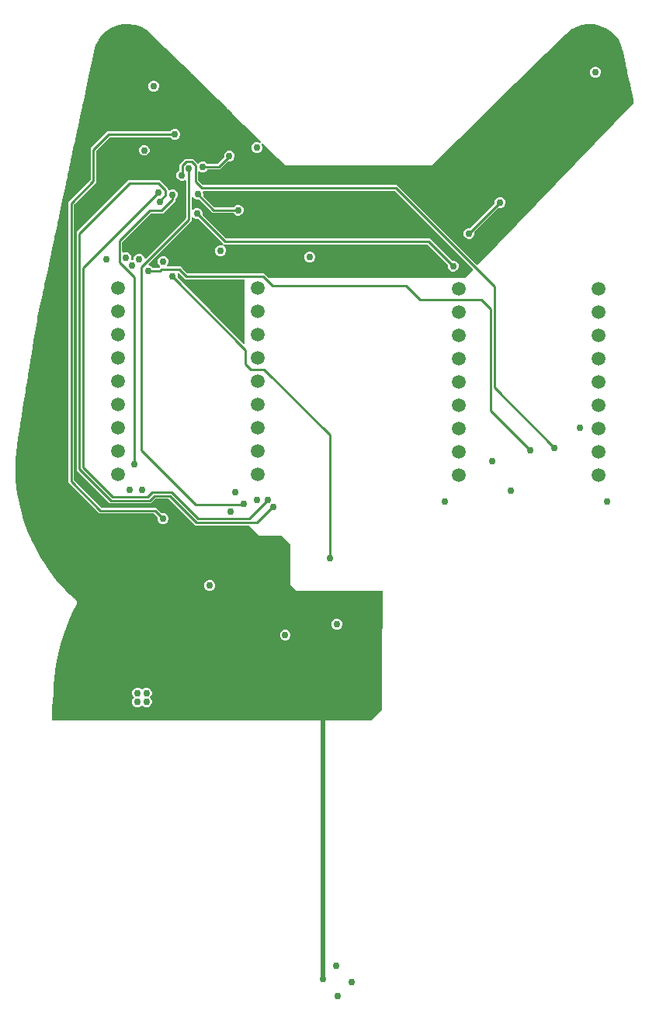
<source format=gbr>
G04 EAGLE Gerber X2 export*
%TF.Part,Single*%
%TF.FileFunction,Copper,L2,Inr,Mixed*%
%TF.FilePolarity,Positive*%
%TF.GenerationSoftware,Autodesk,EAGLE,9.0.1*%
%TF.CreationDate,2018-06-26T08:14:36Z*%
G75*
%MOIN*%
%FSLAX34Y34*%
%LPD*%
%AMOC8*
5,1,8,0,0,1.08239X$1,22.5*%
G01*
%ADD10C,0.059370*%
%ADD11C,0.029780*%
%ADD12C,0.020000*%
%ADD13C,0.010000*%

G36*
X15484Y19891D02*
X15484Y19891D01*
X15489Y19891D01*
X15490Y19892D01*
X15492Y19892D01*
X15496Y19894D01*
X15500Y19895D01*
X15502Y19896D01*
X15504Y19897D01*
X15514Y19904D01*
X15514Y19905D01*
X15515Y19905D01*
X15935Y20325D01*
X15937Y20329D01*
X15940Y20332D01*
X15941Y20333D01*
X15942Y20335D01*
X15944Y20339D01*
X15946Y20343D01*
X15946Y20344D01*
X15947Y20346D01*
X15949Y20359D01*
X15949Y20360D01*
X15949Y22230D01*
X15992Y25409D01*
X15992Y25415D01*
X15991Y25420D01*
X15991Y25421D01*
X15991Y25422D01*
X15989Y25427D01*
X15987Y25432D01*
X15986Y25433D01*
X15983Y25438D01*
X15980Y25442D01*
X15980Y25443D01*
X15979Y25443D01*
X15975Y25447D01*
X15971Y25450D01*
X15970Y25451D01*
X15965Y25454D01*
X15960Y25456D01*
X15959Y25456D01*
X15958Y25457D01*
X15946Y25459D01*
X15944Y25459D01*
X15943Y25459D01*
X12250Y25459D01*
X11999Y25710D01*
X11999Y27420D01*
X11999Y27424D01*
X11999Y27429D01*
X11998Y27430D01*
X11998Y27432D01*
X11996Y27436D01*
X11995Y27440D01*
X11994Y27442D01*
X11993Y27444D01*
X11986Y27454D01*
X11985Y27454D01*
X11985Y27455D01*
X11635Y27805D01*
X11631Y27807D01*
X11628Y27810D01*
X11627Y27811D01*
X11625Y27812D01*
X11621Y27814D01*
X11617Y27816D01*
X11616Y27816D01*
X11614Y27817D01*
X11601Y27819D01*
X11600Y27819D01*
X10680Y27819D01*
X10255Y28245D01*
X10251Y28247D01*
X10248Y28250D01*
X10247Y28251D01*
X10245Y28252D01*
X10241Y28254D01*
X10237Y28256D01*
X10236Y28256D01*
X10234Y28257D01*
X10221Y28259D01*
X10220Y28259D01*
X7930Y28259D01*
X6794Y29395D01*
X6791Y29397D01*
X6787Y29400D01*
X6786Y29401D01*
X6784Y29402D01*
X6780Y29404D01*
X6776Y29406D01*
X6775Y29406D01*
X6773Y29407D01*
X6760Y29409D01*
X6759Y29409D01*
X6241Y29409D01*
X6237Y29409D01*
X6232Y29409D01*
X6230Y29408D01*
X6229Y29408D01*
X6225Y29406D01*
X6220Y29405D01*
X6219Y29404D01*
X6217Y29403D01*
X6207Y29396D01*
X6206Y29395D01*
X6020Y29209D01*
X4250Y29209D01*
X2829Y30630D01*
X2829Y40850D01*
X5050Y43071D01*
X6394Y43071D01*
X6750Y42716D01*
X6750Y42709D01*
X6750Y42707D01*
X6750Y42705D01*
X6751Y42701D01*
X6751Y42697D01*
X6752Y42695D01*
X6752Y42693D01*
X6754Y42689D01*
X6756Y42685D01*
X6757Y42684D01*
X6758Y42682D01*
X6761Y42679D01*
X6763Y42675D01*
X6765Y42674D01*
X6766Y42672D01*
X6770Y42670D01*
X6773Y42668D01*
X6775Y42667D01*
X6777Y42665D01*
X6780Y42664D01*
X6784Y42662D01*
X6786Y42662D01*
X6788Y42661D01*
X6792Y42661D01*
X6796Y42660D01*
X6798Y42660D01*
X6801Y42660D01*
X6803Y42661D01*
X6809Y42661D01*
X6815Y42663D01*
X6818Y42664D01*
X6904Y42700D01*
X6996Y42700D01*
X7080Y42665D01*
X7145Y42600D01*
X7180Y42516D01*
X7180Y42424D01*
X7145Y42340D01*
X7085Y42280D01*
X7083Y42277D01*
X7080Y42274D01*
X7079Y42272D01*
X7078Y42271D01*
X7076Y42267D01*
X7074Y42263D01*
X7074Y42261D01*
X7073Y42259D01*
X7071Y42247D01*
X7071Y42246D01*
X7071Y42200D01*
X6530Y41659D01*
X6030Y41659D01*
X6026Y41659D01*
X6022Y41659D01*
X6020Y41658D01*
X6018Y41658D01*
X6014Y41656D01*
X6010Y41655D01*
X6009Y41654D01*
X6007Y41653D01*
X5997Y41646D01*
X5996Y41646D01*
X5996Y41645D01*
X4806Y40456D01*
X4804Y40452D01*
X4801Y40449D01*
X4800Y40447D01*
X4799Y40446D01*
X4797Y40442D01*
X4795Y40438D01*
X4795Y40436D01*
X4794Y40434D01*
X4792Y40422D01*
X4792Y40421D01*
X4792Y40017D01*
X4792Y40015D01*
X4792Y40012D01*
X4793Y40008D01*
X4793Y40004D01*
X4794Y40002D01*
X4795Y40000D01*
X4797Y39997D01*
X4798Y39993D01*
X4799Y39991D01*
X4800Y39989D01*
X4803Y39986D01*
X4805Y39983D01*
X4807Y39982D01*
X4808Y39980D01*
X4812Y39978D01*
X4815Y39975D01*
X4817Y39974D01*
X4819Y39973D01*
X4823Y39972D01*
X4826Y39970D01*
X4828Y39969D01*
X4830Y39969D01*
X4835Y39968D01*
X4839Y39968D01*
X4841Y39968D01*
X4843Y39968D01*
X4845Y39968D01*
X4851Y39969D01*
X4857Y39971D01*
X4860Y39971D01*
X4904Y39990D01*
X4996Y39990D01*
X5080Y39955D01*
X5145Y39890D01*
X5180Y39806D01*
X5180Y39714D01*
X5177Y39708D01*
X5176Y39706D01*
X5176Y39704D01*
X5175Y39704D01*
X5175Y39700D01*
X5174Y39696D01*
X5174Y39694D01*
X5173Y39691D01*
X5174Y39687D01*
X5173Y39683D01*
X5174Y39681D01*
X5174Y39679D01*
X5175Y39675D01*
X5176Y39671D01*
X5177Y39669D01*
X5178Y39667D01*
X5180Y39664D01*
X5182Y39660D01*
X5184Y39659D01*
X5185Y39657D01*
X5188Y39654D01*
X5191Y39651D01*
X5193Y39650D01*
X5194Y39649D01*
X5198Y39647D01*
X5201Y39644D01*
X5203Y39644D01*
X5205Y39643D01*
X5208Y39642D01*
X5213Y39641D01*
X5220Y39640D01*
X5222Y39640D01*
X5241Y39640D01*
X5246Y39640D01*
X5251Y39641D01*
X5252Y39641D01*
X5253Y39641D01*
X5258Y39643D01*
X5263Y39645D01*
X5264Y39645D01*
X5265Y39646D01*
X5269Y39649D01*
X5273Y39651D01*
X5274Y39652D01*
X5275Y39653D01*
X5278Y39657D01*
X5281Y39661D01*
X5282Y39662D01*
X5283Y39663D01*
X5285Y39667D01*
X5287Y39672D01*
X5287Y39673D01*
X5288Y39674D01*
X5290Y39686D01*
X5290Y39688D01*
X5290Y39689D01*
X5290Y39726D01*
X5325Y39810D01*
X5390Y39875D01*
X5474Y39910D01*
X5566Y39910D01*
X5650Y39875D01*
X5715Y39810D01*
X5739Y39751D01*
X5740Y39749D01*
X5741Y39747D01*
X5743Y39744D01*
X5745Y39740D01*
X5747Y39738D01*
X5748Y39737D01*
X5751Y39734D01*
X5754Y39731D01*
X5756Y39730D01*
X5758Y39729D01*
X5761Y39727D01*
X5765Y39725D01*
X5767Y39724D01*
X5769Y39723D01*
X5773Y39722D01*
X5777Y39721D01*
X5779Y39721D01*
X5781Y39721D01*
X5785Y39721D01*
X5789Y39721D01*
X5791Y39721D01*
X5793Y39721D01*
X5797Y39722D01*
X5801Y39723D01*
X5803Y39724D01*
X5805Y39725D01*
X5807Y39726D01*
X5812Y39729D01*
X5817Y39733D01*
X5820Y39735D01*
X7515Y41430D01*
X7517Y41433D01*
X7520Y41437D01*
X7521Y41438D01*
X7522Y41440D01*
X7524Y41444D01*
X7526Y41448D01*
X7526Y41449D01*
X7527Y41451D01*
X7529Y41464D01*
X7529Y41465D01*
X7529Y43052D01*
X7529Y43054D01*
X7529Y43056D01*
X7528Y43060D01*
X7528Y43064D01*
X7527Y43066D01*
X7526Y43068D01*
X7525Y43072D01*
X7523Y43076D01*
X7522Y43078D01*
X7521Y43080D01*
X7518Y43083D01*
X7516Y43086D01*
X7514Y43087D01*
X7513Y43089D01*
X7509Y43091D01*
X7506Y43094D01*
X7504Y43095D01*
X7502Y43096D01*
X7499Y43097D01*
X7495Y43099D01*
X7493Y43099D01*
X7491Y43100D01*
X7487Y43100D01*
X7483Y43101D01*
X7480Y43101D01*
X7478Y43101D01*
X7476Y43101D01*
X7470Y43100D01*
X7464Y43098D01*
X7461Y43097D01*
X7396Y43070D01*
X7304Y43070D01*
X7220Y43105D01*
X7155Y43170D01*
X7120Y43254D01*
X7120Y43346D01*
X7155Y43430D01*
X7220Y43495D01*
X7221Y43495D01*
X7223Y43496D01*
X7227Y43499D01*
X7231Y43501D01*
X7232Y43502D01*
X7233Y43503D01*
X7236Y43506D01*
X7240Y43510D01*
X7240Y43511D01*
X7241Y43512D01*
X7244Y43516D01*
X7246Y43520D01*
X7247Y43522D01*
X7247Y43523D01*
X7248Y43525D01*
X7250Y43532D01*
X7250Y43538D01*
X7250Y43540D01*
X7250Y43766D01*
X7484Y44000D01*
X7816Y44000D01*
X7964Y43851D01*
X8005Y43810D01*
X8009Y43807D01*
X8012Y43804D01*
X8014Y43804D01*
X8015Y43803D01*
X8019Y43801D01*
X8024Y43799D01*
X8025Y43798D01*
X8026Y43798D01*
X8031Y43797D01*
X8036Y43796D01*
X8037Y43796D01*
X8038Y43796D01*
X8043Y43796D01*
X8048Y43797D01*
X8049Y43797D01*
X8051Y43797D01*
X8055Y43799D01*
X8060Y43800D01*
X8061Y43801D01*
X8062Y43801D01*
X8073Y43809D01*
X8074Y43810D01*
X8120Y43856D01*
X8204Y43891D01*
X8296Y43891D01*
X8380Y43856D01*
X8440Y43796D01*
X8443Y43794D01*
X8446Y43791D01*
X8448Y43790D01*
X8449Y43789D01*
X8453Y43787D01*
X8457Y43785D01*
X8459Y43785D01*
X8461Y43784D01*
X8473Y43782D01*
X8474Y43782D01*
X8861Y43782D01*
X8865Y43782D01*
X8869Y43783D01*
X8871Y43783D01*
X8873Y43783D01*
X8877Y43785D01*
X8881Y43786D01*
X8882Y43787D01*
X8885Y43788D01*
X8895Y43795D01*
X8895Y43796D01*
X8896Y43796D01*
X9146Y44047D01*
X9149Y44050D01*
X9151Y44053D01*
X9152Y44055D01*
X9154Y44057D01*
X9155Y44060D01*
X9157Y44064D01*
X9157Y44066D01*
X9158Y44068D01*
X9160Y44080D01*
X9160Y44081D01*
X9160Y44082D01*
X9160Y44177D01*
X9195Y44261D01*
X9260Y44326D01*
X9344Y44361D01*
X9436Y44361D01*
X9520Y44326D01*
X9585Y44261D01*
X9620Y44177D01*
X9620Y44085D01*
X9585Y44001D01*
X9520Y43936D01*
X9436Y43901D01*
X9362Y43901D01*
X9358Y43901D01*
X9354Y43900D01*
X9352Y43900D01*
X9350Y43900D01*
X9346Y43898D01*
X9342Y43897D01*
X9341Y43896D01*
X9339Y43895D01*
X9328Y43888D01*
X9328Y43887D01*
X8981Y43540D01*
X8474Y43540D01*
X8470Y43540D01*
X8466Y43540D01*
X8464Y43539D01*
X8462Y43539D01*
X8458Y43537D01*
X8454Y43536D01*
X8453Y43535D01*
X8451Y43534D01*
X8441Y43527D01*
X8440Y43526D01*
X8380Y43466D01*
X8296Y43431D01*
X8204Y43431D01*
X8118Y43467D01*
X8116Y43468D01*
X8114Y43469D01*
X8110Y43470D01*
X8106Y43471D01*
X8104Y43471D01*
X8101Y43471D01*
X8097Y43471D01*
X8093Y43471D01*
X8091Y43470D01*
X8089Y43470D01*
X8085Y43469D01*
X8081Y43468D01*
X8079Y43467D01*
X8077Y43466D01*
X8074Y43464D01*
X8070Y43462D01*
X8069Y43460D01*
X8067Y43459D01*
X8064Y43456D01*
X8061Y43453D01*
X8060Y43452D01*
X8059Y43450D01*
X8057Y43446D01*
X8054Y43443D01*
X8054Y43441D01*
X8053Y43439D01*
X8052Y43437D01*
X8051Y43431D01*
X8050Y43424D01*
X8050Y43422D01*
X8050Y43092D01*
X8050Y43087D01*
X8050Y43083D01*
X8051Y43081D01*
X8051Y43079D01*
X8053Y43075D01*
X8054Y43071D01*
X8055Y43070D01*
X8056Y43068D01*
X8063Y43058D01*
X8064Y43057D01*
X8233Y42888D01*
X8236Y42885D01*
X8239Y42883D01*
X8241Y42882D01*
X8243Y42880D01*
X8246Y42879D01*
X8250Y42877D01*
X8252Y42877D01*
X8254Y42876D01*
X8266Y42874D01*
X8267Y42874D01*
X8268Y42874D01*
X16588Y42874D01*
X20000Y39461D01*
X20004Y39458D01*
X20008Y39454D01*
X20009Y39454D01*
X20010Y39454D01*
X20015Y39451D01*
X20020Y39449D01*
X20021Y39449D01*
X20027Y39448D01*
X20032Y39447D01*
X20033Y39447D01*
X20034Y39447D01*
X20039Y39447D01*
X20044Y39448D01*
X20045Y39448D01*
X20046Y39448D01*
X20051Y39450D01*
X20056Y39452D01*
X20057Y39452D01*
X20058Y39452D01*
X20068Y39459D01*
X20069Y39461D01*
X20070Y39462D01*
X26740Y46392D01*
X26742Y46394D01*
X26744Y46396D01*
X26746Y46399D01*
X26748Y46402D01*
X26749Y46404D01*
X26750Y46406D01*
X26751Y46410D01*
X26753Y46413D01*
X26753Y46416D01*
X26754Y46418D01*
X26754Y46421D01*
X26754Y46425D01*
X26753Y46434D01*
X26753Y46436D01*
X26747Y46467D01*
X26745Y46472D01*
X26726Y46567D01*
X26662Y46869D01*
X26598Y47172D01*
X26546Y47421D01*
X26492Y47678D01*
X26477Y47748D01*
X26471Y47777D01*
X26417Y48034D01*
X26364Y48283D01*
X26351Y48348D01*
X26344Y48382D01*
X26293Y48624D01*
X26292Y48627D01*
X26292Y48628D01*
X26216Y48881D01*
X26213Y48886D01*
X26212Y48889D01*
X26099Y49112D01*
X26095Y49118D01*
X26094Y49120D01*
X25942Y49319D01*
X25937Y49323D01*
X25936Y49325D01*
X25749Y49493D01*
X25744Y49497D01*
X25742Y49499D01*
X25529Y49631D01*
X25523Y49634D01*
X25521Y49635D01*
X25287Y49729D01*
X25281Y49730D01*
X25278Y49731D01*
X25031Y49782D01*
X25025Y49783D01*
X25023Y49783D01*
X24771Y49791D01*
X24765Y49790D01*
X24762Y49790D01*
X24514Y49753D01*
X24508Y49751D01*
X24505Y49750D01*
X24269Y49669D01*
X24263Y49666D01*
X24260Y49665D01*
X24042Y49542D01*
X24037Y49538D01*
X24035Y49537D01*
X23831Y49369D01*
X23830Y49367D01*
X23828Y49366D01*
X23653Y49193D01*
X23597Y49139D01*
X23580Y49122D01*
X23376Y48923D01*
X23213Y48763D01*
X23148Y48698D01*
X23147Y48698D01*
X23141Y48692D01*
X22994Y48547D01*
X22964Y48518D01*
X22921Y48476D01*
X22740Y48299D01*
X22554Y48117D01*
X22530Y48092D01*
X22482Y48046D01*
X22284Y47851D01*
X22115Y47686D01*
X22087Y47659D01*
X22043Y47615D01*
X21871Y47446D01*
X21676Y47255D01*
X21625Y47205D01*
X21603Y47184D01*
X21456Y47040D01*
X21420Y47004D01*
X21384Y46969D01*
X21186Y46775D01*
X21017Y46609D01*
X20968Y46561D01*
X20944Y46538D01*
X20725Y46323D01*
X20555Y46157D01*
X20358Y45963D01*
X20326Y45932D01*
X20285Y45892D01*
X20086Y45697D01*
X19919Y45532D01*
X19894Y45508D01*
X19846Y45461D01*
X19663Y45281D01*
X19479Y45102D01*
X19260Y44886D01*
X19227Y44854D01*
X19187Y44815D01*
X19006Y44637D01*
X18820Y44456D01*
X18767Y44403D01*
X18748Y44385D01*
X18601Y44240D01*
X18536Y44177D01*
X18528Y44169D01*
X18342Y43987D01*
X18126Y43775D01*
X18126Y43774D01*
X18097Y43746D01*
X18059Y43731D01*
X18059Y43730D01*
X18021Y43715D01*
X17980Y43715D01*
X11890Y43715D01*
X11889Y43715D01*
X11849Y43715D01*
X11811Y43730D01*
X11811Y43731D01*
X11773Y43746D01*
X11744Y43775D01*
X11561Y43954D01*
X11535Y43979D01*
X11489Y44025D01*
X11310Y44200D01*
X11122Y44385D01*
X11105Y44401D01*
X11049Y44456D01*
X10850Y44651D01*
X10848Y44653D01*
X10846Y44654D01*
X10843Y44656D01*
X10840Y44659D01*
X10838Y44660D01*
X10836Y44661D01*
X10832Y44662D01*
X10829Y44663D01*
X10826Y44664D01*
X10824Y44664D01*
X10820Y44665D01*
X10816Y44665D01*
X10814Y44665D01*
X10811Y44665D01*
X10808Y44664D01*
X10804Y44664D01*
X10802Y44663D01*
X10799Y44662D01*
X10796Y44661D01*
X10792Y44659D01*
X10790Y44658D01*
X10788Y44657D01*
X10785Y44654D01*
X10782Y44652D01*
X10781Y44650D01*
X10779Y44649D01*
X10777Y44645D01*
X10774Y44643D01*
X10773Y44640D01*
X10772Y44638D01*
X10770Y44635D01*
X10769Y44631D01*
X10768Y44629D01*
X10768Y44627D01*
X10767Y44623D01*
X10766Y44619D01*
X10767Y44617D01*
X10766Y44614D01*
X10767Y44612D01*
X10767Y44607D01*
X10770Y44599D01*
X10770Y44597D01*
X10800Y44526D01*
X10800Y44434D01*
X10765Y44350D01*
X10700Y44285D01*
X10616Y44250D01*
X10524Y44250D01*
X10440Y44285D01*
X10375Y44350D01*
X10340Y44434D01*
X10340Y44526D01*
X10375Y44610D01*
X10440Y44675D01*
X10524Y44710D01*
X10616Y44710D01*
X10683Y44682D01*
X10686Y44681D01*
X10689Y44680D01*
X10692Y44679D01*
X10695Y44678D01*
X10698Y44678D01*
X10701Y44678D01*
X10704Y44678D01*
X10708Y44678D01*
X10711Y44679D01*
X10714Y44679D01*
X10717Y44680D01*
X10720Y44681D01*
X10722Y44683D01*
X10725Y44684D01*
X10728Y44686D01*
X10731Y44687D01*
X10733Y44689D01*
X10735Y44691D01*
X10737Y44693D01*
X10740Y44696D01*
X10741Y44698D01*
X10743Y44700D01*
X10745Y44703D01*
X10747Y44706D01*
X10747Y44709D01*
X10749Y44712D01*
X10749Y44715D01*
X10750Y44718D01*
X10751Y44721D01*
X10751Y44724D01*
X10751Y44727D01*
X10751Y44730D01*
X10751Y44733D01*
X10750Y44736D01*
X10750Y44739D01*
X10749Y44742D01*
X10748Y44745D01*
X10747Y44748D01*
X10745Y44750D01*
X10744Y44754D01*
X10738Y44761D01*
X10737Y44762D01*
X10682Y44815D01*
X10622Y44874D01*
X10610Y44886D01*
X10390Y45102D01*
X10243Y45246D01*
X10206Y45283D01*
X10171Y45317D01*
X10023Y45461D01*
X10020Y45464D01*
X10020Y45465D01*
X9951Y45532D01*
X9951Y45533D01*
X9781Y45699D01*
X9584Y45892D01*
X9547Y45929D01*
X9512Y45963D01*
X9365Y46108D01*
X9358Y46114D01*
X9292Y46179D01*
X9094Y46373D01*
X8925Y46538D01*
X8882Y46581D01*
X8853Y46609D01*
X8706Y46754D01*
X8456Y46998D01*
X8266Y47184D01*
X8219Y47230D01*
X8194Y47255D01*
X8047Y47400D01*
X7827Y47615D01*
X7784Y47657D01*
X7755Y47686D01*
X7560Y47877D01*
X7388Y48046D01*
X7334Y48099D01*
X7315Y48117D01*
X7142Y48287D01*
X6949Y48476D01*
X6915Y48509D01*
X6876Y48547D01*
X6729Y48692D01*
X6693Y48727D01*
X6656Y48763D01*
X6453Y48962D01*
X6290Y49122D01*
X6284Y49127D01*
X6284Y49128D01*
X6217Y49193D01*
X6217Y49194D01*
X6042Y49365D01*
X6040Y49367D01*
X6039Y49368D01*
X5825Y49544D01*
X5819Y49547D01*
X5817Y49549D01*
X5587Y49675D01*
X5580Y49678D01*
X5578Y49679D01*
X5328Y49759D01*
X5322Y49760D01*
X5319Y49761D01*
X5057Y49792D01*
X5051Y49792D01*
X5048Y49793D01*
X4804Y49778D01*
X4798Y49777D01*
X4795Y49777D01*
X4555Y49720D01*
X4550Y49718D01*
X4547Y49717D01*
X4321Y49621D01*
X4316Y49618D01*
X4314Y49617D01*
X4107Y49484D01*
X4103Y49480D01*
X4101Y49478D01*
X3922Y49312D01*
X3918Y49307D01*
X3916Y49305D01*
X3769Y49109D01*
X3766Y49104D01*
X3765Y49102D01*
X3655Y48883D01*
X3653Y48877D01*
X3652Y48875D01*
X3578Y48628D01*
X3578Y48626D01*
X3577Y48624D01*
X3527Y48387D01*
X3526Y48384D01*
X3506Y48288D01*
X3464Y48089D01*
X3455Y48048D01*
X3443Y47990D01*
X3380Y47693D01*
X3317Y47395D01*
X3275Y47197D01*
X3204Y46861D01*
X3128Y46503D01*
X3086Y46305D01*
X3075Y46253D01*
X3065Y46205D01*
X3009Y45941D01*
X2939Y45611D01*
X2897Y45412D01*
X2893Y45392D01*
X2876Y45313D01*
X2813Y45016D01*
X2763Y44778D01*
X2690Y44437D01*
X2645Y44223D01*
X2635Y44176D01*
X2624Y44123D01*
X2570Y43872D01*
X2519Y43628D01*
X2509Y43582D01*
X2498Y43529D01*
X2456Y43330D01*
X2444Y43276D01*
X2435Y43231D01*
X2381Y42979D01*
X2330Y42735D01*
X2316Y42672D01*
X2309Y42636D01*
X2246Y42339D01*
X2186Y42059D01*
X2141Y41843D01*
X2136Y41821D01*
X2120Y41744D01*
X2065Y41486D01*
X2015Y41248D01*
X2005Y41200D01*
X1994Y41149D01*
X1940Y40895D01*
X1889Y40653D01*
X1877Y40600D01*
X1868Y40554D01*
X1813Y40296D01*
X1742Y39959D01*
X1700Y39761D01*
X1689Y39712D01*
X1679Y39662D01*
X1630Y39430D01*
X1562Y39109D01*
X1511Y38869D01*
X1502Y38829D01*
X1490Y38769D01*
X1448Y38571D01*
X1427Y38472D01*
X1383Y38267D01*
X1382Y38255D01*
X1373Y38220D01*
X1373Y38219D01*
X1373Y38218D01*
X1365Y38183D01*
X1362Y38176D01*
X1361Y38173D01*
X1361Y38172D01*
X1296Y37927D01*
X1296Y37926D01*
X1296Y37925D01*
X1232Y37640D01*
X1232Y37639D01*
X1231Y37638D01*
X1179Y37348D01*
X1179Y37347D01*
X1154Y37197D01*
X1154Y37184D01*
X1147Y37149D01*
X1146Y37148D01*
X1146Y37147D01*
X1142Y37121D01*
X1141Y37108D01*
X1142Y37107D01*
X1142Y37106D01*
X1142Y37105D01*
X1135Y37075D01*
X1134Y37073D01*
X1134Y37071D01*
X1095Y36831D01*
X1084Y36767D01*
X1078Y36731D01*
X1046Y36531D01*
X989Y36183D01*
X945Y35913D01*
X899Y35629D01*
X891Y35576D01*
X883Y35529D01*
X850Y35329D01*
X801Y35028D01*
X791Y34965D01*
X785Y34928D01*
X748Y34699D01*
X704Y34427D01*
X695Y34376D01*
X687Y34327D01*
X655Y34127D01*
X650Y34098D01*
X638Y34027D01*
X606Y33826D01*
X555Y33516D01*
X508Y33225D01*
X498Y33164D01*
X492Y33125D01*
X459Y32924D01*
X446Y32847D01*
X443Y32824D01*
X404Y32583D01*
X361Y32323D01*
X305Y31975D01*
X304Y31975D01*
X263Y31683D01*
X263Y31682D01*
X263Y31681D01*
X233Y31391D01*
X233Y31390D01*
X233Y31389D01*
X214Y31098D01*
X214Y31097D01*
X214Y31096D01*
X206Y30805D01*
X206Y30804D01*
X206Y30803D01*
X210Y30511D01*
X210Y30510D01*
X210Y30509D01*
X225Y30218D01*
X225Y30217D01*
X252Y29926D01*
X252Y29925D01*
X252Y29924D01*
X290Y29635D01*
X290Y29634D01*
X290Y29633D01*
X339Y29346D01*
X339Y29345D01*
X339Y29344D01*
X400Y29059D01*
X400Y29058D01*
X400Y29057D01*
X472Y28774D01*
X472Y28773D01*
X555Y28493D01*
X555Y28492D01*
X556Y28491D01*
X649Y28215D01*
X650Y28214D01*
X650Y28213D01*
X754Y27941D01*
X754Y27940D01*
X755Y27939D01*
X869Y27671D01*
X870Y27670D01*
X870Y27669D01*
X995Y27406D01*
X996Y27405D01*
X996Y27404D01*
X1131Y27145D01*
X1132Y27144D01*
X1277Y26891D01*
X1278Y26890D01*
X1278Y26889D01*
X1433Y26642D01*
X1433Y26641D01*
X1434Y26640D01*
X1598Y26399D01*
X1598Y26398D01*
X1599Y26397D01*
X1772Y26163D01*
X1773Y26162D01*
X1773Y26161D01*
X1955Y25933D01*
X1956Y25932D01*
X2147Y25711D01*
X2148Y25710D01*
X2148Y25709D01*
X2347Y25496D01*
X2348Y25495D01*
X2555Y25289D01*
X2556Y25288D01*
X2557Y25288D01*
X2749Y25111D01*
X2759Y25104D01*
X2760Y25103D01*
X2765Y25101D01*
X2782Y25081D01*
X2784Y25079D01*
X2785Y25078D01*
X2786Y25077D01*
X2805Y25059D01*
X2808Y25054D01*
X2814Y25044D01*
X2815Y25043D01*
X2819Y25038D01*
X2827Y25014D01*
X2828Y25010D01*
X2829Y25008D01*
X2840Y24985D01*
X2840Y24979D01*
X2842Y24967D01*
X2842Y24966D01*
X2844Y24961D01*
X2842Y24935D01*
X2842Y24931D01*
X2842Y24929D01*
X2843Y24903D01*
X2841Y24898D01*
X2838Y24886D01*
X2838Y24885D01*
X2838Y24879D01*
X2826Y24856D01*
X2825Y24852D01*
X2824Y24851D01*
X2815Y24826D01*
X2811Y24822D01*
X2804Y24812D01*
X2804Y24811D01*
X2803Y24811D01*
X2682Y24572D01*
X2682Y24571D01*
X2556Y24300D01*
X2556Y24299D01*
X2440Y24024D01*
X2440Y24023D01*
X2439Y24022D01*
X2333Y23743D01*
X2333Y23742D01*
X2333Y23741D01*
X2237Y23459D01*
X2236Y23458D01*
X2236Y23457D01*
X2150Y23172D01*
X2150Y23171D01*
X2150Y23170D01*
X2074Y22881D01*
X2074Y22880D01*
X2008Y22589D01*
X2008Y22587D01*
X1953Y22294D01*
X1953Y22293D01*
X1953Y22292D01*
X1908Y21997D01*
X1908Y21996D01*
X1908Y21995D01*
X1874Y21699D01*
X1874Y21698D01*
X1873Y21697D01*
X1849Y21397D01*
X1827Y21039D01*
X1808Y20731D01*
X1789Y20422D01*
X1776Y20214D01*
X1772Y20146D01*
X1770Y20113D01*
X1759Y19943D01*
X1759Y19937D01*
X1760Y19931D01*
X1760Y19930D01*
X1762Y19924D01*
X1764Y19919D01*
X1764Y19918D01*
X1767Y19913D01*
X1770Y19908D01*
X1771Y19908D01*
X1775Y19904D01*
X1780Y19900D01*
X1785Y19897D01*
X1791Y19894D01*
X1792Y19894D01*
X1803Y19891D01*
X1806Y19891D01*
X1808Y19891D01*
X15480Y19891D01*
X15484Y19891D01*
G37*
G36*
X19495Y38881D02*
X19495Y38881D01*
X19499Y38882D01*
X19501Y38882D01*
X19502Y38882D01*
X19507Y38884D01*
X19511Y38886D01*
X19512Y38886D01*
X19514Y38887D01*
X19524Y38894D01*
X19525Y38895D01*
X19525Y38896D01*
X19834Y39217D01*
X19837Y39220D01*
X19840Y39224D01*
X19841Y39225D01*
X19842Y39227D01*
X19844Y39231D01*
X19846Y39235D01*
X19846Y39237D01*
X19847Y39238D01*
X19847Y39243D01*
X19848Y39247D01*
X19848Y39249D01*
X19848Y39251D01*
X19848Y39255D01*
X19847Y39260D01*
X19847Y39261D01*
X19847Y39263D01*
X19845Y39267D01*
X19844Y39271D01*
X19843Y39273D01*
X19842Y39275D01*
X19835Y39285D01*
X19834Y39285D01*
X19834Y39286D01*
X16502Y42618D01*
X16499Y42620D01*
X16495Y42623D01*
X16494Y42624D01*
X16492Y42625D01*
X16488Y42627D01*
X16484Y42629D01*
X16483Y42629D01*
X16481Y42630D01*
X16468Y42632D01*
X16467Y42632D01*
X8303Y42632D01*
X8301Y42632D01*
X8298Y42632D01*
X8294Y42631D01*
X8290Y42631D01*
X8288Y42630D01*
X8286Y42629D01*
X8283Y42628D01*
X8279Y42626D01*
X8277Y42625D01*
X8275Y42624D01*
X8272Y42621D01*
X8269Y42619D01*
X8267Y42617D01*
X8266Y42616D01*
X8264Y42612D01*
X8261Y42609D01*
X8260Y42607D01*
X8259Y42605D01*
X8257Y42601D01*
X8256Y42598D01*
X8255Y42596D01*
X8255Y42594D01*
X8254Y42590D01*
X8254Y42585D01*
X8254Y42583D01*
X8254Y42581D01*
X8254Y42579D01*
X8254Y42573D01*
X8257Y42567D01*
X8257Y42564D01*
X8276Y42520D01*
X8276Y42436D01*
X8276Y42431D01*
X8276Y42427D01*
X8277Y42425D01*
X8277Y42423D01*
X8279Y42419D01*
X8280Y42415D01*
X8281Y42414D01*
X8282Y42412D01*
X8289Y42402D01*
X8290Y42401D01*
X8756Y41935D01*
X8759Y41933D01*
X8762Y41930D01*
X8764Y41929D01*
X8765Y41928D01*
X8769Y41926D01*
X8773Y41924D01*
X8775Y41924D01*
X8777Y41923D01*
X8789Y41921D01*
X8790Y41921D01*
X9546Y41921D01*
X9550Y41921D01*
X9554Y41921D01*
X9556Y41922D01*
X9558Y41922D01*
X9562Y41924D01*
X9566Y41925D01*
X9567Y41926D01*
X9569Y41927D01*
X9579Y41934D01*
X9580Y41935D01*
X9640Y41995D01*
X9724Y42030D01*
X9816Y42030D01*
X9900Y41995D01*
X9965Y41930D01*
X10000Y41846D01*
X10000Y41754D01*
X9965Y41670D01*
X9900Y41605D01*
X9816Y41570D01*
X9724Y41570D01*
X9640Y41605D01*
X9580Y41665D01*
X9577Y41667D01*
X9574Y41670D01*
X9572Y41671D01*
X9571Y41672D01*
X9567Y41674D01*
X9563Y41676D01*
X9561Y41676D01*
X9559Y41677D01*
X9547Y41679D01*
X9546Y41679D01*
X8670Y41679D01*
X8119Y42230D01*
X8116Y42233D01*
X8113Y42235D01*
X8111Y42236D01*
X8109Y42238D01*
X8106Y42239D01*
X8102Y42241D01*
X8100Y42242D01*
X8098Y42242D01*
X8086Y42244D01*
X8085Y42244D01*
X8084Y42244D01*
X8000Y42244D01*
X7916Y42279D01*
X7855Y42340D01*
X7850Y42344D01*
X7846Y42347D01*
X7846Y42348D01*
X7845Y42348D01*
X7840Y42350D01*
X7835Y42353D01*
X7834Y42353D01*
X7828Y42354D01*
X7823Y42355D01*
X7822Y42355D01*
X7821Y42355D01*
X7816Y42354D01*
X7810Y42354D01*
X7809Y42354D01*
X7804Y42352D01*
X7798Y42350D01*
X7798Y42349D01*
X7797Y42349D01*
X7793Y42346D01*
X7788Y42343D01*
X7787Y42342D01*
X7783Y42338D01*
X7780Y42334D01*
X7779Y42333D01*
X7776Y42328D01*
X7774Y42323D01*
X7774Y42322D01*
X7773Y42322D01*
X7771Y42309D01*
X7771Y42307D01*
X7771Y42306D01*
X7771Y41864D01*
X7771Y41859D01*
X7772Y41853D01*
X7772Y41852D01*
X7774Y41847D01*
X7776Y41842D01*
X7777Y41841D01*
X7780Y41836D01*
X7783Y41831D01*
X7784Y41831D01*
X7789Y41827D01*
X7793Y41823D01*
X7794Y41823D01*
X7799Y41820D01*
X7804Y41818D01*
X7805Y41818D01*
X7805Y41817D01*
X7811Y41816D01*
X7816Y41815D01*
X7817Y41815D01*
X7823Y41816D01*
X7829Y41816D01*
X7830Y41816D01*
X7835Y41818D01*
X7840Y41820D01*
X7841Y41820D01*
X7842Y41820D01*
X7852Y41827D01*
X7854Y41829D01*
X7855Y41830D01*
X7870Y41845D01*
X7954Y41880D01*
X8046Y41880D01*
X8130Y41845D01*
X8195Y41780D01*
X8230Y41696D01*
X8230Y41612D01*
X8230Y41607D01*
X8230Y41603D01*
X8231Y41601D01*
X8231Y41599D01*
X8233Y41595D01*
X8234Y41591D01*
X8235Y41590D01*
X8236Y41588D01*
X8243Y41578D01*
X8244Y41577D01*
X9236Y40585D01*
X9239Y40583D01*
X9242Y40580D01*
X9244Y40579D01*
X9245Y40578D01*
X9249Y40576D01*
X9253Y40574D01*
X9255Y40574D01*
X9257Y40573D01*
X9269Y40571D01*
X9270Y40571D01*
X18000Y40571D01*
X18927Y39644D01*
X18930Y39641D01*
X18933Y39639D01*
X18935Y39638D01*
X18937Y39636D01*
X18940Y39635D01*
X18944Y39633D01*
X18946Y39633D01*
X18948Y39632D01*
X18960Y39630D01*
X18961Y39630D01*
X18962Y39630D01*
X19046Y39630D01*
X19130Y39595D01*
X19195Y39530D01*
X19230Y39446D01*
X19230Y39354D01*
X19195Y39270D01*
X19130Y39205D01*
X19046Y39170D01*
X18954Y39170D01*
X18870Y39205D01*
X18805Y39270D01*
X18770Y39354D01*
X18770Y39438D01*
X18770Y39443D01*
X18770Y39447D01*
X18769Y39449D01*
X18769Y39451D01*
X18767Y39455D01*
X18766Y39459D01*
X18765Y39460D01*
X18764Y39462D01*
X18757Y39472D01*
X18756Y39473D01*
X17914Y40315D01*
X17911Y40317D01*
X17908Y40320D01*
X17906Y40321D01*
X17905Y40322D01*
X17901Y40324D01*
X17897Y40326D01*
X17895Y40326D01*
X17893Y40327D01*
X17881Y40329D01*
X17880Y40329D01*
X9194Y40329D01*
X9189Y40329D01*
X9183Y40328D01*
X9182Y40328D01*
X9177Y40326D01*
X9172Y40324D01*
X9171Y40323D01*
X9166Y40320D01*
X9161Y40317D01*
X9161Y40316D01*
X9157Y40311D01*
X9153Y40307D01*
X9153Y40306D01*
X9150Y40301D01*
X9148Y40296D01*
X9148Y40295D01*
X9147Y40295D01*
X9146Y40289D01*
X9145Y40284D01*
X9145Y40283D01*
X9146Y40277D01*
X9146Y40271D01*
X9146Y40270D01*
X9148Y40265D01*
X9150Y40260D01*
X9150Y40259D01*
X9150Y40258D01*
X9157Y40248D01*
X9159Y40246D01*
X9160Y40245D01*
X9215Y40190D01*
X9250Y40106D01*
X9250Y40014D01*
X9215Y39930D01*
X9150Y39865D01*
X9066Y39830D01*
X8974Y39830D01*
X8890Y39865D01*
X8825Y39930D01*
X8790Y40014D01*
X8790Y40106D01*
X8825Y40190D01*
X8890Y40255D01*
X8974Y40290D01*
X9071Y40290D01*
X9076Y40290D01*
X9082Y40291D01*
X9083Y40291D01*
X9088Y40293D01*
X9093Y40295D01*
X9094Y40296D01*
X9095Y40296D01*
X9099Y40299D01*
X9104Y40302D01*
X9104Y40303D01*
X9105Y40303D01*
X9108Y40307D01*
X9112Y40312D01*
X9112Y40313D01*
X9115Y40318D01*
X9117Y40323D01*
X9118Y40324D01*
X9119Y40330D01*
X9120Y40335D01*
X9120Y40336D01*
X9119Y40342D01*
X9119Y40347D01*
X9119Y40348D01*
X9119Y40349D01*
X9117Y40354D01*
X9116Y40359D01*
X9115Y40360D01*
X9108Y40371D01*
X9106Y40372D01*
X9106Y40374D01*
X9065Y40414D01*
X8073Y41406D01*
X8070Y41409D01*
X8067Y41411D01*
X8065Y41412D01*
X8063Y41414D01*
X8060Y41415D01*
X8056Y41417D01*
X8054Y41417D01*
X8052Y41418D01*
X8040Y41420D01*
X8039Y41420D01*
X8038Y41420D01*
X7954Y41420D01*
X7870Y41455D01*
X7855Y41470D01*
X7850Y41474D01*
X7846Y41477D01*
X7846Y41478D01*
X7845Y41478D01*
X7840Y41480D01*
X7835Y41483D01*
X7834Y41483D01*
X7828Y41484D01*
X7823Y41485D01*
X7822Y41485D01*
X7821Y41485D01*
X7816Y41484D01*
X7810Y41484D01*
X7809Y41484D01*
X7804Y41482D01*
X7798Y41480D01*
X7798Y41479D01*
X7797Y41479D01*
X7793Y41476D01*
X7788Y41473D01*
X7787Y41472D01*
X7783Y41468D01*
X7780Y41464D01*
X7779Y41463D01*
X7776Y41458D01*
X7774Y41453D01*
X7774Y41452D01*
X7773Y41452D01*
X7771Y41439D01*
X7771Y41437D01*
X7771Y41436D01*
X7771Y41344D01*
X5934Y39508D01*
X5933Y39506D01*
X5931Y39505D01*
X5929Y39501D01*
X5927Y39498D01*
X5926Y39496D01*
X5925Y39494D01*
X5923Y39491D01*
X5922Y39487D01*
X5922Y39485D01*
X5921Y39483D01*
X5921Y39479D01*
X5920Y39475D01*
X5920Y39472D01*
X5920Y39470D01*
X5921Y39466D01*
X5921Y39462D01*
X5922Y39460D01*
X5922Y39458D01*
X5924Y39454D01*
X5926Y39450D01*
X5927Y39449D01*
X5928Y39447D01*
X5930Y39444D01*
X5933Y39440D01*
X5934Y39439D01*
X5936Y39437D01*
X5938Y39436D01*
X5942Y39432D01*
X5948Y39429D01*
X5950Y39428D01*
X6030Y39395D01*
X6090Y39335D01*
X6093Y39333D01*
X6096Y39330D01*
X6098Y39329D01*
X6099Y39328D01*
X6103Y39326D01*
X6107Y39324D01*
X6109Y39324D01*
X6111Y39323D01*
X6123Y39321D01*
X6124Y39321D01*
X6340Y39321D01*
X6344Y39321D01*
X6348Y39321D01*
X6350Y39322D01*
X6352Y39322D01*
X6356Y39324D01*
X6360Y39325D01*
X6361Y39326D01*
X6363Y39327D01*
X6373Y39334D01*
X6374Y39335D01*
X6397Y39358D01*
X6400Y39362D01*
X6404Y39366D01*
X6404Y39367D01*
X6405Y39368D01*
X6407Y39373D01*
X6409Y39377D01*
X6409Y39378D01*
X6410Y39379D01*
X6411Y39384D01*
X6412Y39389D01*
X6412Y39390D01*
X6412Y39392D01*
X6411Y39397D01*
X6411Y39402D01*
X6411Y39403D01*
X6411Y39404D01*
X6409Y39409D01*
X6407Y39413D01*
X6407Y39414D01*
X6406Y39416D01*
X6400Y39425D01*
X6399Y39426D01*
X6398Y39427D01*
X6397Y39428D01*
X6355Y39470D01*
X6320Y39554D01*
X6320Y39646D01*
X6355Y39730D01*
X6420Y39795D01*
X6504Y39830D01*
X6596Y39830D01*
X6680Y39795D01*
X6745Y39730D01*
X6780Y39646D01*
X6780Y39554D01*
X6745Y39470D01*
X6730Y39455D01*
X6726Y39450D01*
X6723Y39446D01*
X6722Y39446D01*
X6722Y39445D01*
X6720Y39440D01*
X6717Y39435D01*
X6717Y39434D01*
X6716Y39428D01*
X6715Y39423D01*
X6715Y39422D01*
X6715Y39421D01*
X6716Y39416D01*
X6716Y39410D01*
X6716Y39409D01*
X6718Y39404D01*
X6720Y39398D01*
X6721Y39398D01*
X6721Y39397D01*
X6724Y39393D01*
X6727Y39388D01*
X6728Y39387D01*
X6732Y39383D01*
X6736Y39380D01*
X6737Y39379D01*
X6742Y39376D01*
X6747Y39374D01*
X6748Y39374D01*
X6748Y39373D01*
X6761Y39371D01*
X6763Y39371D01*
X6764Y39371D01*
X7300Y39371D01*
X7385Y39286D01*
X7586Y39085D01*
X7589Y39083D01*
X7592Y39080D01*
X7594Y39079D01*
X7595Y39078D01*
X7599Y39076D01*
X7603Y39074D01*
X7605Y39074D01*
X7607Y39073D01*
X7619Y39071D01*
X7620Y39071D01*
X10890Y39071D01*
X11066Y38895D01*
X11069Y38893D01*
X11072Y38890D01*
X11074Y38889D01*
X11075Y38888D01*
X11079Y38886D01*
X11083Y38884D01*
X11085Y38884D01*
X11087Y38883D01*
X11099Y38881D01*
X11100Y38881D01*
X19490Y38881D01*
X19495Y38881D01*
G37*
%LPC*%
G36*
X6504Y28320D02*
X6504Y28320D01*
X6420Y28355D01*
X6355Y28420D01*
X6320Y28504D01*
X6320Y28588D01*
X6320Y28593D01*
X6320Y28597D01*
X6319Y28599D01*
X6319Y28601D01*
X6317Y28605D01*
X6316Y28609D01*
X6315Y28610D01*
X6314Y28612D01*
X6307Y28622D01*
X6306Y28623D01*
X6164Y28765D01*
X6161Y28767D01*
X6158Y28770D01*
X6156Y28771D01*
X6155Y28772D01*
X6151Y28774D01*
X6147Y28776D01*
X6145Y28776D01*
X6143Y28777D01*
X6131Y28779D01*
X6130Y28779D01*
X3800Y28779D01*
X2479Y30100D01*
X2479Y42150D01*
X3415Y43086D01*
X3417Y43089D01*
X3420Y43092D01*
X3421Y43094D01*
X3422Y43095D01*
X3424Y43099D01*
X3426Y43103D01*
X3426Y43105D01*
X3427Y43107D01*
X3429Y43119D01*
X3429Y43120D01*
X3429Y44450D01*
X4150Y45171D01*
X6826Y45171D01*
X6830Y45171D01*
X6834Y45171D01*
X6836Y45172D01*
X6838Y45172D01*
X6842Y45174D01*
X6846Y45175D01*
X6847Y45176D01*
X6849Y45177D01*
X6859Y45184D01*
X6860Y45185D01*
X6920Y45245D01*
X7004Y45280D01*
X7096Y45280D01*
X7180Y45245D01*
X7245Y45180D01*
X7280Y45096D01*
X7280Y45004D01*
X7245Y44920D01*
X7180Y44855D01*
X7096Y44820D01*
X7004Y44820D01*
X6920Y44855D01*
X6860Y44915D01*
X6857Y44917D01*
X6854Y44920D01*
X6852Y44921D01*
X6851Y44922D01*
X6847Y44924D01*
X6843Y44926D01*
X6841Y44926D01*
X6839Y44927D01*
X6827Y44929D01*
X6826Y44929D01*
X4270Y44929D01*
X4266Y44929D01*
X4262Y44929D01*
X4260Y44928D01*
X4258Y44928D01*
X4254Y44926D01*
X4250Y44925D01*
X4249Y44924D01*
X4247Y44923D01*
X4237Y44916D01*
X4236Y44915D01*
X3685Y44364D01*
X3683Y44361D01*
X3680Y44358D01*
X3679Y44356D01*
X3678Y44355D01*
X3676Y44351D01*
X3674Y44347D01*
X3674Y44345D01*
X3673Y44343D01*
X3671Y44331D01*
X3671Y44330D01*
X3671Y43000D01*
X2735Y42064D01*
X2733Y42061D01*
X2730Y42058D01*
X2729Y42056D01*
X2728Y42055D01*
X2726Y42051D01*
X2724Y42047D01*
X2724Y42045D01*
X2723Y42043D01*
X2721Y42031D01*
X2721Y42030D01*
X2721Y30220D01*
X2721Y30216D01*
X2721Y30212D01*
X2722Y30210D01*
X2722Y30208D01*
X2724Y30204D01*
X2725Y30200D01*
X2726Y30199D01*
X2727Y30197D01*
X2734Y30187D01*
X2735Y30186D01*
X3886Y29035D01*
X3889Y29033D01*
X3892Y29030D01*
X3894Y29029D01*
X3895Y29028D01*
X3899Y29026D01*
X3903Y29024D01*
X3905Y29024D01*
X3907Y29023D01*
X3919Y29021D01*
X3920Y29021D01*
X6250Y29021D01*
X6477Y28794D01*
X6480Y28791D01*
X6483Y28789D01*
X6485Y28788D01*
X6487Y28786D01*
X6490Y28785D01*
X6494Y28783D01*
X6496Y28783D01*
X6498Y28782D01*
X6510Y28780D01*
X6511Y28780D01*
X6512Y28780D01*
X6596Y28780D01*
X6680Y28745D01*
X6745Y28680D01*
X6780Y28596D01*
X6780Y28504D01*
X6745Y28420D01*
X6680Y28355D01*
X6596Y28320D01*
X6504Y28320D01*
G37*
%LPD*%
G36*
X10004Y36045D02*
X10004Y36045D01*
X10010Y36045D01*
X10011Y36045D01*
X10016Y36047D01*
X10022Y36049D01*
X10022Y36050D01*
X10027Y36053D01*
X10032Y36056D01*
X10033Y36057D01*
X10036Y36061D01*
X10040Y36065D01*
X10041Y36066D01*
X10042Y36068D01*
X10042Y36069D01*
X10043Y36071D01*
X10046Y36076D01*
X10046Y36077D01*
X10047Y36079D01*
X10048Y36082D01*
X10049Y36089D01*
X10049Y36090D01*
X10049Y36091D01*
X10049Y36093D01*
X10049Y36094D01*
X10049Y38780D01*
X10049Y38785D01*
X10048Y38790D01*
X10048Y38791D01*
X10048Y38792D01*
X10046Y38797D01*
X10044Y38802D01*
X10044Y38803D01*
X10043Y38804D01*
X10040Y38808D01*
X10037Y38812D01*
X10036Y38813D01*
X10036Y38814D01*
X10032Y38817D01*
X10028Y38820D01*
X10027Y38821D01*
X10026Y38822D01*
X10022Y38824D01*
X10017Y38826D01*
X10016Y38826D01*
X10015Y38827D01*
X10003Y38829D01*
X10001Y38829D01*
X10000Y38829D01*
X7500Y38829D01*
X7415Y38914D01*
X7246Y39083D01*
X7244Y39085D01*
X7242Y39087D01*
X7239Y39089D01*
X7236Y39091D01*
X7233Y39092D01*
X7231Y39094D01*
X7228Y39095D01*
X7225Y39096D01*
X7222Y39096D01*
X7219Y39097D01*
X7216Y39097D01*
X7212Y39098D01*
X7210Y39097D01*
X7207Y39098D01*
X7203Y39097D01*
X7200Y39097D01*
X7197Y39096D01*
X7195Y39095D01*
X7192Y39093D01*
X7188Y39092D01*
X7186Y39091D01*
X7184Y39089D01*
X7181Y39087D01*
X7178Y39085D01*
X7176Y39083D01*
X7174Y39081D01*
X7172Y39078D01*
X7170Y39076D01*
X7169Y39073D01*
X7167Y39071D01*
X7166Y39068D01*
X7165Y39065D01*
X7164Y39062D01*
X7163Y39059D01*
X7163Y39056D01*
X7162Y39052D01*
X7162Y39050D01*
X7162Y39047D01*
X7162Y39045D01*
X7163Y39040D01*
X7165Y39032D01*
X7166Y39030D01*
X7180Y38996D01*
X7180Y38909D01*
X7180Y38905D01*
X7180Y38901D01*
X7181Y38899D01*
X7181Y38897D01*
X7183Y38893D01*
X7184Y38889D01*
X7185Y38888D01*
X7186Y38885D01*
X7193Y38875D01*
X7194Y38875D01*
X7194Y38874D01*
X9965Y36059D01*
X9969Y36056D01*
X9971Y36053D01*
X9972Y36053D01*
X9974Y36052D01*
X9975Y36051D01*
X9980Y36049D01*
X9981Y36049D01*
X9982Y36048D01*
X9983Y36048D01*
X9985Y36047D01*
X9986Y36046D01*
X9992Y36045D01*
X9997Y36044D01*
X9998Y36044D01*
X10004Y36045D01*
G37*
%LPC*%
G36*
X19634Y40570D02*
X19634Y40570D01*
X19550Y40605D01*
X19485Y40670D01*
X19450Y40754D01*
X19450Y40846D01*
X19485Y40930D01*
X19550Y40995D01*
X19634Y41030D01*
X19718Y41030D01*
X19723Y41030D01*
X19727Y41030D01*
X19729Y41031D01*
X19731Y41031D01*
X19735Y41033D01*
X19739Y41034D01*
X19740Y41035D01*
X19742Y41036D01*
X19752Y41043D01*
X19753Y41044D01*
X20776Y42067D01*
X20779Y42070D01*
X20781Y42073D01*
X20782Y42075D01*
X20784Y42077D01*
X20785Y42080D01*
X20787Y42084D01*
X20787Y42086D01*
X20788Y42088D01*
X20790Y42099D01*
X20790Y42100D01*
X20790Y42101D01*
X20790Y42102D01*
X20790Y42176D01*
X20825Y42260D01*
X20890Y42325D01*
X20974Y42360D01*
X21066Y42360D01*
X21150Y42325D01*
X21215Y42260D01*
X21250Y42176D01*
X21250Y42084D01*
X21215Y42000D01*
X21150Y41935D01*
X21066Y41900D01*
X20972Y41900D01*
X20967Y41900D01*
X20963Y41900D01*
X20961Y41899D01*
X20959Y41899D01*
X20955Y41897D01*
X20951Y41896D01*
X20950Y41895D01*
X20948Y41894D01*
X20938Y41887D01*
X20937Y41886D01*
X19924Y40873D01*
X19921Y40870D01*
X19919Y40867D01*
X19918Y40865D01*
X19916Y40863D01*
X19915Y40860D01*
X19913Y40856D01*
X19913Y40854D01*
X19912Y40852D01*
X19910Y40840D01*
X19910Y40839D01*
X19910Y40838D01*
X19910Y40754D01*
X19875Y40670D01*
X19810Y40605D01*
X19726Y40570D01*
X19634Y40570D01*
G37*
%LPD*%
%LPC*%
G36*
X5404Y20460D02*
X5404Y20460D01*
X5320Y20495D01*
X5255Y20560D01*
X5220Y20644D01*
X5220Y20736D01*
X5255Y20820D01*
X5280Y20845D01*
X5283Y20849D01*
X5287Y20853D01*
X5287Y20854D01*
X5288Y20855D01*
X5290Y20860D01*
X5292Y20864D01*
X5292Y20865D01*
X5293Y20866D01*
X5294Y20871D01*
X5295Y20876D01*
X5295Y20877D01*
X5295Y20879D01*
X5294Y20884D01*
X5294Y20889D01*
X5294Y20890D01*
X5294Y20891D01*
X5292Y20896D01*
X5290Y20900D01*
X5290Y20901D01*
X5289Y20903D01*
X5282Y20913D01*
X5281Y20914D01*
X5280Y20915D01*
X5255Y20940D01*
X5220Y21024D01*
X5220Y21116D01*
X5255Y21200D01*
X5320Y21265D01*
X5404Y21300D01*
X5496Y21300D01*
X5580Y21265D01*
X5605Y21240D01*
X5609Y21237D01*
X5613Y21233D01*
X5614Y21233D01*
X5615Y21232D01*
X5620Y21230D01*
X5624Y21228D01*
X5625Y21228D01*
X5626Y21227D01*
X5631Y21226D01*
X5636Y21225D01*
X5637Y21225D01*
X5639Y21225D01*
X5644Y21226D01*
X5649Y21226D01*
X5650Y21226D01*
X5651Y21226D01*
X5656Y21228D01*
X5660Y21230D01*
X5661Y21230D01*
X5663Y21231D01*
X5673Y21238D01*
X5674Y21239D01*
X5675Y21240D01*
X5700Y21265D01*
X5784Y21300D01*
X5876Y21300D01*
X5960Y21265D01*
X6025Y21200D01*
X6060Y21116D01*
X6060Y21024D01*
X6025Y20940D01*
X6000Y20915D01*
X5997Y20911D01*
X5993Y20907D01*
X5993Y20906D01*
X5992Y20905D01*
X5990Y20900D01*
X5988Y20896D01*
X5988Y20895D01*
X5987Y20894D01*
X5986Y20889D01*
X5985Y20884D01*
X5985Y20883D01*
X5985Y20881D01*
X5986Y20876D01*
X5986Y20871D01*
X5986Y20870D01*
X5986Y20869D01*
X5988Y20864D01*
X5990Y20860D01*
X5990Y20859D01*
X5991Y20857D01*
X5998Y20847D01*
X5999Y20846D01*
X6000Y20845D01*
X6025Y20820D01*
X6060Y20736D01*
X6060Y20644D01*
X6025Y20560D01*
X5960Y20495D01*
X5876Y20460D01*
X5784Y20460D01*
X5700Y20495D01*
X5675Y20520D01*
X5671Y20523D01*
X5667Y20527D01*
X5666Y20527D01*
X5665Y20528D01*
X5660Y20530D01*
X5656Y20532D01*
X5655Y20532D01*
X5654Y20533D01*
X5649Y20534D01*
X5644Y20535D01*
X5643Y20535D01*
X5641Y20535D01*
X5636Y20534D01*
X5631Y20534D01*
X5630Y20534D01*
X5629Y20534D01*
X5624Y20532D01*
X5620Y20530D01*
X5619Y20530D01*
X5617Y20529D01*
X5607Y20522D01*
X5606Y20521D01*
X5605Y20520D01*
X5580Y20495D01*
X5496Y20460D01*
X5404Y20460D01*
G37*
%LPD*%
%LPC*%
G36*
X25064Y47500D02*
X25064Y47500D01*
X24980Y47535D01*
X24915Y47600D01*
X24880Y47684D01*
X24880Y47776D01*
X24915Y47860D01*
X24980Y47925D01*
X25064Y47960D01*
X25156Y47960D01*
X25240Y47925D01*
X25305Y47860D01*
X25340Y47776D01*
X25340Y47684D01*
X25305Y47600D01*
X25240Y47535D01*
X25156Y47500D01*
X25064Y47500D01*
G37*
%LPD*%
%LPC*%
G36*
X6094Y46900D02*
X6094Y46900D01*
X6010Y46935D01*
X5945Y47000D01*
X5910Y47084D01*
X5910Y47176D01*
X5945Y47260D01*
X6010Y47325D01*
X6094Y47360D01*
X6186Y47360D01*
X6270Y47325D01*
X6335Y47260D01*
X6370Y47176D01*
X6370Y47084D01*
X6335Y47000D01*
X6270Y46935D01*
X6186Y46900D01*
X6094Y46900D01*
G37*
%LPD*%
%LPC*%
G36*
X5684Y44140D02*
X5684Y44140D01*
X5600Y44175D01*
X5535Y44240D01*
X5500Y44324D01*
X5500Y44416D01*
X5535Y44500D01*
X5600Y44565D01*
X5684Y44600D01*
X5776Y44600D01*
X5860Y44565D01*
X5925Y44500D01*
X5960Y44416D01*
X5960Y44324D01*
X5925Y44240D01*
X5860Y44175D01*
X5776Y44140D01*
X5684Y44140D01*
G37*
%LPD*%
%LPC*%
G36*
X12794Y39560D02*
X12794Y39560D01*
X12710Y39595D01*
X12645Y39660D01*
X12610Y39744D01*
X12610Y39836D01*
X12645Y39920D01*
X12710Y39985D01*
X12794Y40020D01*
X12886Y40020D01*
X12970Y39985D01*
X13035Y39920D01*
X13070Y39836D01*
X13070Y39744D01*
X13035Y39660D01*
X12970Y39595D01*
X12886Y39560D01*
X12794Y39560D01*
G37*
%LPD*%
%LPC*%
G36*
X8504Y25450D02*
X8504Y25450D01*
X8420Y25485D01*
X8355Y25550D01*
X8320Y25634D01*
X8320Y25726D01*
X8355Y25810D01*
X8420Y25875D01*
X8504Y25910D01*
X8596Y25910D01*
X8680Y25875D01*
X8745Y25810D01*
X8780Y25726D01*
X8780Y25634D01*
X8745Y25550D01*
X8680Y25485D01*
X8596Y25450D01*
X8504Y25450D01*
G37*
%LPD*%
%LPC*%
G36*
X13954Y23800D02*
X13954Y23800D01*
X13870Y23835D01*
X13805Y23900D01*
X13770Y23984D01*
X13770Y24076D01*
X13805Y24160D01*
X13870Y24225D01*
X13954Y24260D01*
X14046Y24260D01*
X14130Y24225D01*
X14195Y24160D01*
X14230Y24076D01*
X14230Y23984D01*
X14195Y23900D01*
X14130Y23835D01*
X14046Y23800D01*
X13954Y23800D01*
G37*
%LPD*%
%LPC*%
G36*
X11744Y23320D02*
X11744Y23320D01*
X11660Y23355D01*
X11595Y23420D01*
X11560Y23504D01*
X11560Y23596D01*
X11595Y23680D01*
X11660Y23745D01*
X11744Y23780D01*
X11836Y23780D01*
X11920Y23745D01*
X11985Y23680D01*
X12020Y23596D01*
X12020Y23504D01*
X11985Y23420D01*
X11920Y23355D01*
X11836Y23320D01*
X11744Y23320D01*
G37*
%LPD*%
D10*
X4600Y38441D03*
X4600Y37441D03*
X4600Y36441D03*
X4600Y35441D03*
X4600Y34441D03*
X4600Y33441D03*
X4600Y32441D03*
X4600Y31441D03*
X4600Y30441D03*
X10600Y30441D03*
X10600Y31441D03*
X10600Y32441D03*
X10600Y33441D03*
X10600Y34441D03*
X10600Y35441D03*
X10600Y36441D03*
X10600Y37441D03*
X10600Y38441D03*
X19226Y38425D03*
X19226Y37425D03*
X19226Y36425D03*
X19226Y35425D03*
X19226Y34425D03*
X19226Y33425D03*
X19226Y32425D03*
X19226Y31425D03*
X19226Y30425D03*
X25226Y30425D03*
X25226Y31425D03*
X25226Y32425D03*
X25226Y33425D03*
X25226Y34425D03*
X25226Y35425D03*
X25226Y36425D03*
X25226Y37425D03*
X25226Y38425D03*
D11*
X13250Y22700D03*
X12650Y23550D03*
X10950Y23600D03*
X10200Y22100D03*
X10200Y23050D03*
X6400Y21200D03*
X11350Y27400D03*
X7350Y26250D03*
X3900Y24300D03*
X2900Y29050D03*
X4100Y43950D03*
X4700Y43750D03*
X7550Y39700D03*
X10250Y40900D03*
X10850Y39800D03*
X23300Y47750D03*
X25700Y46200D03*
X25700Y45750D03*
X7353Y28113D03*
X15200Y25050D03*
X20680Y31030D03*
X8270Y27710D03*
X14520Y23510D03*
X6160Y43650D03*
X9650Y38500D03*
X15150Y39850D03*
X8300Y43200D03*
X13400Y8800D03*
D12*
X13400Y20000D01*
D11*
X5450Y21070D03*
X5830Y21070D03*
X5830Y20690D03*
X5450Y20690D03*
X25110Y47730D03*
X12840Y39790D03*
X9020Y40060D03*
X10570Y44480D03*
X6140Y47130D03*
X5730Y44370D03*
X6550Y39600D03*
X21489Y29750D03*
X11790Y23550D03*
X14000Y24030D03*
X8550Y25680D03*
X9440Y28860D03*
X13970Y9360D03*
X8250Y43661D03*
D13*
X8931Y43661D01*
X9400Y44130D02*
X9410Y44130D01*
X9400Y44130D02*
X9391Y44130D01*
X9390Y44131D01*
D11*
X9390Y44131D03*
D13*
X9400Y44130D02*
X8931Y43661D01*
D11*
X6950Y42470D03*
D13*
X5300Y38916D02*
X5300Y30900D01*
X5300Y38916D02*
X4671Y39544D01*
D11*
X5300Y30900D03*
D13*
X4671Y40491D02*
X5960Y41780D01*
X6480Y41780D01*
X6950Y42250D02*
X6950Y42470D01*
X4671Y40491D02*
X4671Y39544D01*
X6480Y41780D02*
X6950Y42250D01*
D11*
X19680Y40800D03*
D13*
X21010Y42130D01*
X21020Y42130D01*
D11*
X21020Y42130D03*
X7050Y45050D03*
X6550Y28550D03*
D13*
X6200Y28900D01*
X3850Y28900D02*
X2600Y30150D01*
X3850Y28900D02*
X6200Y28900D01*
X3550Y43050D02*
X3550Y44400D01*
X4200Y45050D01*
X2600Y42100D02*
X2600Y30150D01*
X2600Y42100D02*
X3550Y43050D01*
X4200Y45050D02*
X7050Y45050D01*
D11*
X22300Y31500D03*
D13*
X20600Y33200D01*
X20600Y37550D01*
D11*
X5900Y39200D03*
D13*
X7250Y39250D02*
X7550Y38950D01*
X7250Y39250D02*
X6460Y39250D01*
X6410Y39200D01*
X5900Y39200D01*
X11230Y38560D02*
X16980Y38560D01*
X10840Y38950D02*
X7550Y38950D01*
X10840Y38950D02*
X11230Y38560D01*
X16980Y38560D02*
X17590Y37950D01*
X20200Y37950D02*
X20600Y37550D01*
X20200Y37950D02*
X17590Y37950D01*
D11*
X7650Y43600D03*
D13*
X7650Y41394D01*
X5621Y39366D01*
X5621Y31479D01*
X7950Y29150D01*
X9950Y29150D01*
X10000Y29200D01*
X10050Y29250D01*
D11*
X10000Y29200D03*
X7350Y43300D03*
D13*
X7371Y43716D02*
X7534Y43879D01*
X7766Y43879D01*
X7929Y43716D01*
X7371Y43321D02*
X7350Y43300D01*
X7371Y43321D02*
X7371Y43716D01*
X7929Y43716D02*
X7929Y43021D01*
X8197Y42753D01*
X16538Y42753D01*
X20770Y38520D01*
X20770Y34180D01*
X23350Y31600D01*
D11*
X23350Y31600D03*
X5200Y39410D03*
X9640Y29700D03*
X6350Y42550D03*
D13*
X3120Y39320D01*
X3120Y30750D01*
X4370Y29500D01*
X5870Y29500D02*
X6070Y29700D01*
X6900Y29700D01*
X5870Y29500D02*
X4370Y29500D01*
X6900Y29700D02*
X8050Y28550D01*
X10250Y28550D01*
D11*
X11050Y29350D03*
D13*
X10250Y28550D01*
D11*
X6400Y42150D03*
D13*
X6629Y42434D02*
X6629Y42666D01*
X6400Y42206D02*
X6400Y42150D01*
X6400Y42206D02*
X6629Y42434D01*
X6629Y42666D02*
X6344Y42950D01*
X5100Y42950D01*
X2950Y40800D02*
X2950Y30680D01*
X2950Y40800D02*
X5100Y42950D01*
X6170Y29530D02*
X6830Y29530D01*
X5970Y29330D02*
X4300Y29330D01*
X5970Y29330D02*
X6170Y29530D01*
X7980Y28380D02*
X10570Y28380D01*
X7980Y28380D02*
X6830Y29530D01*
X4300Y29330D02*
X2950Y30680D01*
X10570Y28380D02*
X11290Y29100D01*
X11300Y29100D01*
X11300Y29066D01*
X11292Y29058D01*
D11*
X11292Y29058D03*
X10580Y29340D03*
X5520Y39680D03*
X4950Y39760D03*
X5100Y29800D03*
X25600Y29300D03*
X24450Y32450D03*
X4111Y39680D03*
X5650Y29800D03*
X14050Y8050D03*
X14650Y8650D03*
X9770Y41800D03*
D13*
X8720Y41800D01*
X8046Y42474D01*
X8040Y42480D01*
D11*
X8046Y42474D03*
X8000Y41650D03*
D13*
X9200Y40450D01*
X17950Y40450D01*
X19000Y39400D01*
D11*
X19000Y39400D03*
X18650Y29300D03*
X6950Y38950D03*
D13*
X13700Y32150D02*
X13700Y26850D01*
X10073Y35191D02*
X10073Y35777D01*
X10073Y35191D02*
X10300Y34964D01*
X10886Y34964D01*
X10073Y35777D02*
X6950Y38950D01*
X10886Y34964D02*
X13700Y32150D01*
D11*
X13700Y26850D03*
M02*

</source>
